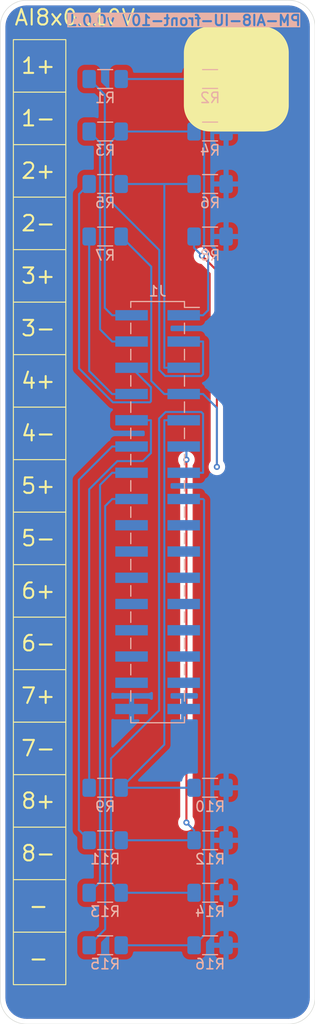
<source format=kicad_pcb>
(kicad_pcb (version 20240108) (generator "pcbnew") (generator_version "8.0")
  (layers (0 "F.Cu" signal) (31 "B.Cu" signal) (34 "B.Paste" user) (35 "F.Paste" user) (36 "B.SilkS" user "B.Silkscreen") (37 "F.SilkS" user "F.Silkscreen") (38 "B.Mask" user) (39 "F.Mask" user) (44 "Edge.Cuts" user))
  (net 0 "")
  (net 5 "/IN3")
  (net 16 "/OUT4")
  (net 17 "/OUT6")
  (net 18 "GND")
  (net 19 "/OUT1")
  (net 20 "/OUT7")
  (net 21 "/OUT8")
  (net 22 "/IN6")
  (net 23 "/IN8")
  (net 24 "/OUT5")
  (net 25 "/OUT3")
  (net 26 "/IN7")
  (net 27 "/IN1")
  (net 28 "/IN2")
  (net 29 "/OUT2")
  (net 30 "/IN5")
  (net 31 "/IN4")
  (footprint "Resistor_SMD:R_1206_3216Metric_Pad1.30x1.75mm_HandSolder" (layer "B.Cu") (at 71.12 132.08)
    (property "Reference" "R12" (at 0 1.82 0) (layer "B.SilkS") (effects (justify mirror)))
    (property "Value" "10k")
    (fp_line (start 0.727064 -0.91) (end -0.727064 -0.91) (stroke (width 0.12)) (layer "B.SilkS"))
    (fp_line (start 0.727064 0.91) (end -0.727064 0.91) (stroke (width 0.12)) (layer "B.SilkS"))
    (pad "1" smd roundrect (at -1.55 0) (size 1.3 1.75) (layers "B.Cu" "B.Paste" "B.Mask") (roundrect_rratio 0.192308) (net 17 "/OUT6"))
    (pad "2" smd roundrect (at 1.55 0) (size 1.3 1.75) (layers "B.Cu" "B.Paste" "B.Mask") (roundrect_rratio 0.192308) (net 18 "GND"))
  )
  (footprint "Resistor_SMD:R_1206_3216Metric_Pad1.30x1.75mm_HandSolder" (layer "B.Cu") (at 71.12 137.16)
    (property "Reference" "R14" (at 0 1.82 0) (layer "B.SilkS") (effects (justify mirror)))
    (property "Value" "10k")
    (fp_line (start 0.727064 -0.91) (end -0.727064 -0.91) (stroke (width 0.12)) (layer "B.SilkS"))
    (fp_line (start 0.727064 0.91) (end -0.727064 0.91) (stroke (width 0.12)) (layer "B.SilkS"))
    (pad "1" smd roundrect (at -1.55 0) (size 1.3 1.75) (layers "B.Cu" "B.Paste" "B.Mask") (roundrect_rratio 0.192308) (net 20 "/OUT7"))
    (pad "2" smd roundrect (at 1.55 0) (size 1.3 1.75) (layers "B.Cu" "B.Paste" "B.Mask") (roundrect_rratio 0.192308) (net 18 "GND"))
  )
  (footprint "Resistor_SMD:R_1206_3216Metric_Pad1.30x1.75mm_HandSolder" (layer "B.Cu") (at 71.12 68.58)
    (property "Reference" "R6" (at 0 1.82 0) (layer "B.SilkS") (effects (justify mirror)))
    (property "Value" "10k")
    (fp_line (start 0.727064 -0.91) (end -0.727064 -0.91) (stroke (width 0.12)) (layer "B.SilkS"))
    (fp_line (start 0.727064 0.91) (end -0.727064 0.91) (stroke (width 0.12)) (layer "B.SilkS"))
    (pad "1" smd roundrect (at -1.55 0) (size 1.3 1.75) (layers "B.Cu" "B.Paste" "B.Mask") (roundrect_rratio 0.192308) (net 25 "/OUT3"))
    (pad "2" smd roundrect (at 1.55 0) (size 1.3 1.75) (layers "B.Cu" "B.Paste" "B.Mask") (roundrect_rratio 0.192308) (net 18 "GND"))
  )
  (footprint "Resistor_SMD:R_1206_3216Metric_Pad1.30x1.75mm_HandSolder" (layer "B.Cu") (at 60.96 63.5)
    (property "Reference" "R3" (at 0 1.82 0) (layer "B.SilkS") (effects (justify mirror)))
    (property "Value" "10k")
    (fp_line (start 0.727064 -0.91) (end -0.727064 -0.91) (stroke (width 0.12)) (layer "B.SilkS"))
    (fp_line (start 0.727064 0.91) (end -0.727064 0.91) (stroke (width 0.12)) (layer "B.SilkS"))
    (pad "1" smd roundrect (at -1.55 0) (size 1.3 1.75) (layers "B.Cu" "B.Paste" "B.Mask") (roundrect_rratio 0.192308) (net 28 "/IN2"))
    (pad "2" smd roundrect (at 1.55 0) (size 1.3 1.75) (layers "B.Cu" "B.Paste" "B.Mask") (roundrect_rratio 0.192308) (net 29 "/OUT2"))
  )
  (footprint "Resistor_SMD:R_1206_3216Metric_Pad1.30x1.75mm_HandSolder" (layer "B.Cu") (at 60.96 132.08)
    (property "Reference" "R11" (at 0 1.82 0) (layer "B.SilkS") (effects (justify mirror)))
    (property "Value" "10k")
    (fp_line (start 0.727064 -0.91) (end -0.727064 -0.91) (stroke (width 0.12)) (layer "B.SilkS"))
    (fp_line (start 0.727064 0.91) (end -0.727064 0.91) (stroke (width 0.12)) (layer "B.SilkS"))
    (pad "1" smd roundrect (at -1.55 0) (size 1.3 1.75) (layers "B.Cu" "B.Paste" "B.Mask") (roundrect_rratio 0.192308) (net 22 "/IN6"))
    (pad "2" smd roundrect (at 1.55 0) (size 1.3 1.75) (layers "B.Cu" "B.Paste" "B.Mask") (roundrect_rratio 0.192308) (net 17 "/OUT6"))
  )
  (footprint "Resistor_SMD:R_1206_3216Metric_Pad1.30x1.75mm_HandSolder" (layer "B.Cu") (at 71.12 58.42)
    (property "Reference" "R2" (at 0 1.82 0) (layer "B.SilkS") (effects (justify mirror)))
    (property "Value" "10k")
    (fp_line (start 0.727064 -0.91) (end -0.727064 -0.91) (stroke (width 0.12)) (layer "B.SilkS"))
    (fp_line (start 0.727064 0.91) (end -0.727064 0.91) (stroke (width 0.12)) (layer "B.SilkS"))
    (pad "1" smd roundrect (at -1.55 0) (size 1.3 1.75) (layers "B.Cu" "B.Paste" "B.Mask") (roundrect_rratio 0.192308) (net 19 "/OUT1"))
    (pad "2" smd roundrect (at 1.55 0) (size 1.3 1.75) (layers "B.Cu" "B.Paste" "B.Mask") (roundrect_rratio 0.192308) (net 18 "GND"))
  )
  (footprint "Resistor_SMD:R_1206_3216Metric_Pad1.30x1.75mm_HandSolder" (layer "B.Cu") (at 60.96 73.66)
    (property "Reference" "R7" (at 0 1.82 0) (layer "B.SilkS") (effects (justify mirror)))
    (property "Value" "10k")
    (fp_line (start 0.727064 -0.91) (end -0.727064 -0.91) (stroke (width 0.12)) (layer "B.SilkS"))
    (fp_line (start 0.727064 0.91) (end -0.727064 0.91) (stroke (width 0.12)) (layer "B.SilkS"))
    (pad "1" smd roundrect (at -1.55 0) (size 1.3 1.75) (layers "B.Cu" "B.Paste" "B.Mask") (roundrect_rratio 0.192308) (net 31 "/IN4"))
    (pad "2" smd roundrect (at 1.55 0) (size 1.3 1.75) (layers "B.Cu" "B.Paste" "B.Mask") (roundrect_rratio 0.192308) (net 16 "/OUT4"))
  )
  (footprint "Resistor_SMD:R_1206_3216Metric_Pad1.30x1.75mm_HandSolder" (layer "B.Cu") (at 71.12 63.5)
    (property "Reference" "R4" (at 0 1.82 0) (layer "B.SilkS") (effects (justify mirror)))
    (property "Value" "10k")
    (fp_line (start 0.727064 -0.91) (end -0.727064 -0.91) (stroke (width 0.12)) (layer "B.SilkS"))
    (fp_line (start 0.727064 0.91) (end -0.727064 0.91) (stroke (width 0.12)) (layer "B.SilkS"))
    (pad "1" smd roundrect (at -1.55 0) (size 1.3 1.75) (layers "B.Cu" "B.Paste" "B.Mask") (roundrect_rratio 0.192308) (net 29 "/OUT2"))
    (pad "2" smd roundrect (at 1.55 0) (size 1.3 1.75) (layers "B.Cu" "B.Paste" "B.Mask") (roundrect_rratio 0.192308) (net 18 "GND"))
  )
  (footprint "Resistor_SMD:R_1206_3216Metric_Pad1.30x1.75mm_HandSolder" (layer "B.Cu") (at 60.96 137.16)
    (property "Reference" "R13" (at 0 1.82 0) (layer "B.SilkS") (effects (justify mirror)))
    (property "Value" "10k")
    (fp_line (start 0.727064 -0.91) (end -0.727064 -0.91) (stroke (width 0.12)) (layer "B.SilkS"))
    (fp_line (start 0.727064 0.91) (end -0.727064 0.91) (stroke (width 0.12)) (layer "B.SilkS"))
    (pad "1" smd roundrect (at -1.55 0) (size 1.3 1.75) (layers "B.Cu" "B.Paste" "B.Mask") (roundrect_rratio 0.192308) (net 26 "/IN7"))
    (pad "2" smd roundrect (at 1.55 0) (size 1.3 1.75) (layers "B.Cu" "B.Paste" "B.Mask") (roundrect_rratio 0.192308) (net 20 "/OUT7"))
  )
  (footprint "Resistor_SMD:R_1206_3216Metric_Pad1.30x1.75mm_HandSolder" (layer "B.Cu") (at 60.96 58.42)
    (property "Reference" "R1" (at 0 1.82 0) (layer "B.SilkS") (effects (justify mirror)))
    (property "Value" "10k")
    (fp_line (start 0.727064 -0.91) (end -0.727064 -0.91) (stroke (width 0.12)) (layer "B.SilkS"))
    (fp_line (start 0.727064 0.91) (end -0.727064 0.91) (stroke (width 0.12)) (layer "B.SilkS"))
    (pad "1" smd roundrect (at -1.55 0) (size 1.3 1.75) (layers "B.Cu" "B.Paste" "B.Mask") (roundrect_rratio 0.192308) (net 27 "/IN1"))
    (pad "2" smd roundrect (at 1.55 0) (size 1.3 1.75) (layers "B.Cu" "B.Paste" "B.Mask") (roundrect_rratio 0.192308) (net 19 "/OUT1"))
  )
  (footprint "Connector_PinHeader_2.54mm:PinHeader_2x16_P2.54mm_Vertical_SMD" (layer "B.Cu") (at 66.04 100.33 180)
    (property "Reference" "J1" (at 0 21.38 0) (layer "B.SilkS") (effects (justify mirror)))
    (property "Value" "PinHeader P2.54 02x16 SMD Straight")
    (fp_line (start 2.6 20.38) (end -2.6 20.38) (stroke (width 0.12)) (layer "B.SilkS"))
    (fp_line (start 2.6 19.81) (end 2.6 20.38) (stroke (width 0.12)) (layer "B.SilkS"))
    (fp_line (start 2.6 17.27) (end 2.6 18.29) (stroke (width 0.12)) (layer "B.SilkS"))
    (fp_line (start 2.6 14.73) (end 2.6 15.75) (stroke (width 0.12)) (layer "B.SilkS"))
    (fp_line (start 2.6 12.19) (end 2.6 13.21) (stroke (width 0.12)) (layer "B.SilkS"))
    (fp_line (start 2.6 9.65) (end 2.6 10.67) (stroke (width 0.12)) (layer "B.SilkS"))
    (fp_line (start 2.6 7.11) (end 2.6 8.13) (stroke (width 0.12)) (layer "B.SilkS"))
    (fp_line (start 2.6 4.57) (end 2.6 5.59) (stroke (width 0.12)) (layer "B.SilkS"))
    (fp_line (start 2.6 2.03) (end 2.6 3.05) (stroke (width 0.12)) (layer "B.SilkS"))
    (fp_line (start 2.6 -0.51) (end 2.6 0.51) (stroke (width 0.12)) (layer "B.SilkS"))
    (fp_line (start 2.6 -3.05) (end 2.6 -2.03) (stroke (width 0.12)) (layer "B.SilkS"))
    (fp_line (start 2.6 -5.59) (end 2.6 -4.57) (stroke (width 0.12)) (layer "B.SilkS"))
    (fp_line (start 2.6 -8.13) (end 2.6 -7.11) (stroke (width 0.12)) (layer "B.SilkS"))
    (fp_line (start 2.6 -10.67) (end 2.6 -9.65) (stroke (width 0.12)) (layer "B.SilkS"))
    (fp_line (start 2.6 -13.21) (end 2.6 -12.19) (stroke (width 0.12)) (layer "B.SilkS"))
    (fp_line (start 2.6 -15.75) (end 2.6 -14.73) (stroke (width 0.12)) (layer "B.SilkS"))
    (fp_line (start 2.6 -18.29) (end 2.6 -17.27) (stroke (width 0.12)) (layer "B.SilkS"))
    (fp_line (start 2.6 -20.38) (end 2.6 -19.81) (stroke (width 0.12)) (layer "B.SilkS"))
    (fp_line (start 2.6 -20.38) (end -2.6 -20.38) (stroke (width 0.12)) (layer "B.SilkS"))
    (fp_line (start -2.6 19.81) (end -2.6 20.38) (stroke (width 0.12)) (layer "B.SilkS"))
    (fp_line (start -2.6 19.81) (end -4.04 19.81) (stroke (width 0.12)) (layer "B.SilkS"))
    (fp_line (start -2.6 17.27) (end -2.6 18.29) (stroke (width 0.12)) (layer "B.SilkS"))
    (fp_line (start -2.6 14.73) (end -2.6 15.75) (stroke (width 0.12)) (layer "B.SilkS"))
    (fp_line (start -2.6 12.19) (end -2.6 13.21) (stroke (width 0.12)) (layer "B.SilkS"))
    (fp_line (start -2.6 9.65) (end -2.6 10.67) (stroke (width 0.12)) (layer "B.SilkS"))
    (fp_line (start -2.6 7.11) (end -2.6 8.13) (stroke (width 0.12)) (layer "B.SilkS"))
    (fp_line (start -2.6 4.57) (end -2.6 5.59) (stroke (width 0.12)) (layer "B.SilkS"))
    (fp_line (start -2.6 2.03) (end -2.6 3.05) (stroke (width 0.12)) (layer "B.SilkS"))
    (fp_line (start -2.6 -0.51) (end -2.6 0.51) (stroke (width 0.12)) (layer "B.SilkS"))
    (fp_line (start -2.6 -3.05) (end -2.6 -2.03) (stroke (width 0.12)) (layer "B.SilkS"))
    (fp_line (start -2.6 -5.59) (end -2.6 -4.57) (stroke (width 0.12)) (layer "B.SilkS"))
    (fp_line (start -2.6 -8.13) (end -2.6 -7.11) (stroke (width 0.12)) (layer "B.SilkS"))
    (fp_line (start -2.6 -10.67) (end -2.6 -9.65) (stroke (width 0.12)) (layer "B.SilkS"))
    (fp_line (start -2.6 -13.21) (end -2.6 -12.19) (stroke (width 0.12)) (layer "B.SilkS"))
    (fp_line (start -2.6 -15.75) (end -2.6 -14.73) (stroke (width 0.12)) (layer "B.SilkS"))
    (fp_line (start -2.6 -18.29) (end -2.6 -17.27) (stroke (width 0.12)) (layer "B.SilkS"))
    (fp_line (start -2.6 -20.38) (end -2.6 -19.81) (stroke (width 0.12)) (layer "B.SilkS"))
    (pad "1" smd rect (at -2.525 19.05 180) (size 3.15 1) (layers "B.Cu" "B.Paste" "B.Mask") (net 19 "/OUT1"))
    (pad "2" smd rect (at 2.525 19.05 180) (size 3.15 1) (layers "B.Cu" "B.Paste" "B.Mask") (net 27 "/IN1"))
    (pad "3" smd rect (at -2.525 16.51 180) (size 3.15 1) (layers "B.Cu" "B.Paste" "B.Mask") (net 29 "/OUT2"))
    (pad "4" smd rect (at 2.525 16.51 180) (size 3.15 1) (layers "B.Cu" "B.Paste" "B.Mask") (net 28 "/IN2"))
    (pad "5" smd rect (at -2.525 13.97 180) (size 3.15 1) (layers "B.Cu" "B.Paste" "B.Mask") (net 25 "/OUT3"))
    (pad "6" smd rect (at 2.525 13.97 180) (size 3.15 1) (layers "B.Cu" "B.Paste" "B.Mask") (net 5 "/IN3"))
    (pad "7" smd rect (at -2.525 11.43 180) (size 3.15 1) (layers "B.Cu" "B.Paste" "B.Mask") (net 16 "/OUT4"))
    (pad "8" smd rect (at 2.525 11.43 180) (size 3.15 1) (layers "B.Cu" "B.Paste" "B.Mask") (net 31 "/IN4"))
    (pad "9" smd rect (at -2.525 8.89 180) (size 3.15 1) (layers "B.Cu" "B.Paste" "B.Mask") (net 24 "/OUT5"))
    (pad "10" smd rect (at 2.525 8.89 180) (size 3.15 1) (layers "B.Cu" "B.Paste" "B.Mask") (net 30 "/IN5"))
    (pad "11" smd rect (at -2.525 6.35 180) (size 3.15 1) (layers "B.Cu" "B.Paste" "B.Mask") (net 17 "/OUT6"))
    (pad "12" smd rect (at 2.525 6.35 180) (size 3.15 1) (layers "B.Cu" "B.Paste" "B.Mask") (net 22 "/IN6"))
    (pad "13" smd rect (at -2.525 3.81 180) (size 3.15 1) (layers "B.Cu" "B.Paste" "B.Mask") (net 20 "/OUT7"))
    (pad "14" smd rect (at 2.525 3.81 180) (size 3.15 1) (layers "B.Cu" "B.Paste" "B.Mask") (net 26 "/IN7"))
    (pad "15" smd rect (at -2.525 1.27 180) (size 3.15 1) (layers "B.Cu" "B.Paste" "B.Mask") (net 21 "/OUT8"))
    (pad "16" smd rect (at 2.525 1.27 180) (size 3.15 1) (layers "B.Cu" "B.Paste" "B.Mask") (net 23 "/IN8"))
    (pad "17" smd rect (at -2.525 -1.27 180) (size 3.15 1) (layers "B.Cu" "B.Paste" "B.Mask"))
    (pad "18" smd rect (at 2.525 -1.27 180) (size 3.15 1) (layers "B.Cu" "B.Paste" "B.Mask"))
    (pad "19" smd rect (at -2.525 -3.81 180) (size 3.15 1) (layers "B.Cu" "B.Paste" "B.Mask"))
    (pad "20" smd rect (at 2.525 -3.81 180) (size 3.15 1) (layers "B.Cu" "B.Paste" "B.Mask"))
    (pad "21" smd rect (at -2.525 -6.35 180) (size 3.15 1) (layers "B.Cu" "B.Paste" "B.Mask"))
    (pad "22" smd rect (at 2.525 -6.35 180) (size 3.15 1) (layers "B.Cu" "B.Paste" "B.Mask"))
    (pad "23" smd rect (at -2.525 -8.89 180) (size 3.15 1) (layers "B.Cu" "B.Paste" "B.Mask"))
    (pad "24" smd rect (at 2.525 -8.89 180) (size 3.15 1) (layers "B.Cu" "B.Paste" "B.Mask"))
    (pad "25" smd rect (at -2.525 -11.43 180) (size 3.15 1) (layers "B.Cu" "B.Paste" "B.Mask"))
    (pad "26" smd rect (at 2.525 -11.43 180) (size 3.15 1) (layers "B.Cu" "B.Paste" "B.Mask"))
    (pad "27" smd rect (at -2.525 -13.97 180) (size 3.15 1) (layers "B.Cu" "B.Paste" "B.Mask"))
    (pad "28" smd rect (at 2.525 -13.97 180) (size 3.15 1) (layers "B.Cu" "B.Paste" "B.Mask"))
    (pad "29" smd rect (at -2.525 -16.51 180) (size 3.15 1) (layers "B.Cu" "B.Paste" "B.Mask"))
    (pad "30" smd rect (at 2.525 -16.51 180) (size 3.15 1) (layers "B.Cu" "B.Paste" "B.Mask"))
    (pad "31" smd rect (at -2.525 -19.05 180) (size 3.15 1) (layers "B.Cu" "B.Paste" "B.Mask") (net 18 "GND"))
    (pad "32" smd rect (at 2.525 -19.05 180) (size 3.15 1) (layers "B.Cu" "B.Paste" "B.Mask") (net 18 "GND"))
  )
  (footprint "Resistor_SMD:R_1206_3216Metric_Pad1.30x1.75mm_HandSolder" (layer "B.Cu") (at 60.96 68.58)
    (property "Reference" "R5" (at 0 1.82 0) (layer "B.SilkS") (effects (justify mirror)))
    (property "Value" "10k")
    (fp_line (start 0.727064 -0.91) (end -0.727064 -0.91) (stroke (width 0.12)) (layer "B.SilkS"))
    (fp_line (start 0.727064 0.91) (end -0.727064 0.91) (stroke (width 0.12)) (layer "B.SilkS"))
    (pad "1" smd roundrect (at -1.55 0) (size 1.3 1.75) (layers "B.Cu" "B.Paste" "B.Mask") (roundrect_rratio 0.192308) (net 5 "/IN3"))
    (pad "2" smd roundrect (at 1.55 0) (size 1.3 1.75) (layers "B.Cu" "B.Paste" "B.Mask") (roundrect_rratio 0.192308) (net 25 "/OUT3"))
  )
  (footprint "Resistor_SMD:R_1206_3216Metric_Pad1.30x1.75mm_HandSolder" (layer "B.Cu") (at 71.12 127)
    (property "Reference" "R10" (at 0 1.82 0) (layer "B.SilkS") (effects (justify mirror)))
    (property "Value" "10k")
    (fp_line (start 0.727064 -0.91) (end -0.727064 -0.91) (stroke (width 0.12)) (layer "B.SilkS"))
    (fp_line (start 0.727064 0.91) (end -0.727064 0.91) (stroke (width 0.12)) (layer "B.SilkS"))
    (pad "1" smd roundrect (at -1.55 0) (size 1.3 1.75) (layers "B.Cu" "B.Paste" "B.Mask") (roundrect_rratio 0.192308) (net 24 "/OUT5"))
    (pad "2" smd roundrect (at 1.55 0) (size 1.3 1.75) (layers "B.Cu" "B.Paste" "B.Mask") (roundrect_rratio 0.192308) (net 18 "GND"))
  )
  (footprint "Resistor_SMD:R_1206_3216Metric_Pad1.30x1.75mm_HandSolder" (layer "B.Cu") (at 60.96 142.24)
    (property "Reference" "R15" (at 0 1.82 0) (layer "B.SilkS") (effects (justify mirror)))
    (property "Value" "10k")
    (fp_line (start 0.727064 -0.91) (end -0.727064 -0.91) (stroke (width 0.12)) (layer "B.SilkS"))
    (fp_line (start 0.727064 0.91) (end -0.727064 0.91) (stroke (width 0.12)) (layer "B.SilkS"))
    (pad "1" smd roundrect (at -1.55 0) (size 1.3 1.75) (layers "B.Cu" "B.Paste" "B.Mask") (roundrect_rratio 0.192308) (net 23 "/IN8"))
    (pad "2" smd roundrect (at 1.55 0) (size 1.3 1.75) (layers "B.Cu" "B.Paste" "B.Mask") (roundrect_rratio 0.192308) (net 21 "/OUT8"))
  )
  (footprint "Resistor_SMD:R_1206_3216Metric_Pad1.30x1.75mm_HandSolder" (layer "B.Cu") (at 71.12 142.24)
    (property "Reference" "R16" (at 0 1.82 0) (layer "B.SilkS") (effects (justify mirror)))
    (property "Value" "10k")
    (fp_line (start 0.727064 -0.91) (end -0.727064 -0.91) (stroke (width 0.12)) (layer "B.SilkS"))
    (fp_line (start 0.727064 0.91) (end -0.727064 0.91) (stroke (width 0.12)) (layer "B.SilkS"))
    (pad "1" smd roundrect (at -1.55 0) (size 1.3 1.75) (layers "B.Cu" "B.Paste" "B.Mask") (roundrect_rratio 0.192308) (net 21 "/OUT8"))
    (pad "2" smd roundrect (at 1.55 0) (size 1.3 1.75) (layers "B.Cu" "B.Paste" "B.Mask") (roundrect_rratio 0.192308) (net 18 "GND"))
  )
  (footprint "Resistor_SMD:R_1206_3216Metric_Pad1.30x1.75mm_HandSolder" (layer "B.Cu") (at 71.12 73.66)
    (property "Reference" "R8" (at 0 1.82 0) (layer "B.SilkS") (effects (justify mirror)))
    (property "Value" "10k")
    (fp_line (start 0.727064 -0.91) (end -0.727064 -0.91) (stroke (width 0.12)) (layer "B.SilkS"))
    (fp_line (start 0.727064 0.91) (end -0.727064 0.91) (stroke (width 0.12)) (layer "B.SilkS"))
    (pad "1" smd roundrect (at -1.55 0) (size 1.3 1.75) (layers "B.Cu" "B.Paste" "B.Mask") (roundrect_rratio 0.192308) (net 16 "/OUT4"))
    (pad "2" smd roundrect (at 1.55 0) (size 1.3 1.75) (layers "B.Cu" "B.Paste" "B.Mask") (roundrect_rratio 0.192308) (net 18 "GND"))
  )
  (footprint "Resistor_SMD:R_1206_3216Metric_Pad1.30x1.75mm_HandSolder" (layer "B.Cu") (at 60.96 127)
    (property "Reference" "R9" (at 0 1.82 0) (layer "B.SilkS") (effects (justify mirror)))
    (property "Value" "10k")
    (fp_line (start 0.727064 -0.91) (end -0.727064 -0.91) (stroke (width 0.12)) (layer "B.SilkS"))
    (fp_line (start 0.727064 0.91) (end -0.727064 0.91) (stroke (width 0.12)) (layer "B.SilkS"))
    (pad "1" smd roundrect (at -1.55 0) (size 1.3 1.75) (layers "B.Cu" "B.Paste" "B.Mask") (roundrect_rratio 0.192308) (net 30 "/IN5"))
    (pad "2" smd roundrect (at 1.55 0) (size 1.3 1.75) (layers "B.Cu" "B.Paste" "B.Mask") (roundrect_rratio 0.192308) (net 24 "/OUT5"))
  )
  (gr_rect (start 52.07 140.97) (end 57.15 146.05) (stroke (width 0.1)) (fill none) (layer "F.SilkS"))
  (gr_rect (start 52.07 130.81) (end 57.15 135.89) (stroke (width 0.1)) (fill none) (layer "F.SilkS"))
  (gr_rect (start 52.07 90.17) (end 57.15 95.25) (stroke (width 0.1)) (fill none) (layer "F.SilkS"))
  (gr_rect (start 52.07 74.93) (end 57.15 80.01) (stroke (width 0.1)) (fill none) (layer "F.SilkS"))
  (gr_rect (start 52.07 110.49) (end 57.15 115.57) (stroke (width 0.1)) (fill none) (layer "F.SilkS"))
  (gr_rect (start 52.07 125.73) (end 57.15 130.81) (stroke (width 0.1)) (fill none) (layer "F.SilkS"))
  (gr_rect (start 52.07 54.61) (end 57.15 59.69) (stroke (width 0.1)) (fill none) (layer "F.SilkS"))
  (gr_rect (start 52.07 95.25) (end 57.15 100.33) (stroke (width 0.1)) (fill none) (layer "F.SilkS"))
  (gr_rect (start 52.07 80.01) (end 57.15 85.09) (stroke (width 0.1)) (fill none) (layer "F.SilkS"))
  (gr_rect (start 52.07 115.57) (end 57.15 120.65) (stroke (width 0.1)) (fill none) (layer "F.SilkS"))
  (gr_rect (start 52.07 105.41) (end 57.15 110.49) (stroke (width 0.1)) (fill none) (layer "F.SilkS"))
  (gr_rect (start 52.07 85.09) (end 57.15 90.17) (stroke (width 0.1)) (fill none) (layer "F.SilkS"))
  (gr_poly (pts (arc (start 68.58 60.96) (mid 69.323949 62.756051) (end 71.12 63.5)) (arc (start 76.2 63.5) (mid 77.996051 62.756051) (end 78.74 60.96)) (arc (start 78.74 55.88) (mid 77.996051 54.083949) (end 76.2 53.34)) (arc (start 71.12 53.34) (mid 69.323949 54.083949) (end 68.58 55.88))) (fill solid) (layer "F.SilkS"))
  (gr_rect (start 52.07 64.77) (end 57.15 69.85) (stroke (width 0.1)) (fill none) (layer "F.SilkS"))
  (gr_rect (start 52.07 135.89) (end 57.15 140.97) (stroke (width 0.1)) (fill none) (layer "F.SilkS"))
  (gr_rect (start 52.07 59.69) (end 57.15 64.77) (stroke (width 0.1)) (fill none) (layer "F.SilkS"))
  (gr_rect (start 52.07 120.65) (end 57.15 125.73) (stroke (width 0.1)) (fill none) (layer "F.SilkS"))
  (gr_rect (start 52.07 69.85) (end 57.15 74.93) (stroke (width 0.1)) (fill none) (layer "F.SilkS"))
  (gr_rect (start 52.07 100.33) (end 57.15 105.41) (stroke (width 0.1)) (fill none) (layer "F.SilkS"))
  (gr_line (start 81.28 53.34) (end 81.28 147.32) (stroke (width 0.05)) (layer "Edge.Cuts"))
  (gr_arc (start 78.74 50.8) (mid 80.536051 51.543949) (end 81.28 53.34) (stroke (width 0.05)) (layer "Edge.Cuts"))
  (gr_arc (start 81.28 147.32) (mid 80.536051 149.116051) (end 78.74 149.86) (stroke (width 0.05)) (layer "Edge.Cuts"))
  (gr_line (start 78.74 149.86) (end 53.34 149.86) (stroke (width 0.05)) (layer "Edge.Cuts"))
  (gr_arc (start 53.34 149.86) (mid 51.543949 149.116051) (end 50.8 147.32) (stroke (width 0.05)) (layer "Edge.Cuts"))
  (gr_line (start 53.34 50.8) (end 78.74 50.8) (stroke (width 0.05)) (layer "Edge.Cuts"))
  (gr_arc (start 50.8 53.34) (mid 51.543949 51.543949) (end 53.34 50.8) (stroke (width 0.05)) (layer "Edge.Cuts"))
  (gr_line (start 50.8 147.32) (end 50.8 53.34) (stroke (width 0.05)) (layer "Edge.Cuts"))
  (gr_text "PM-AI8-IU-front-10V v0.0.1" (at 80.01 53.34 0) (layer "B.SilkS" knockout) (effects (font (size 1 1) (thickness 0.2) (bold yes)) (justify left bottom mirror)))
  (gr_text "5-" (at 52.71 103.7415 0) (layer "F.SilkS") (effects (font (size 1.5 1.5) (thickness 0.2)) (justify left bottom)))
  (gr_text "8+" (at 52.71 129.1415 0) (layer "F.SilkS") (effects (font (size 1.5 1.5) (thickness 0.2)) (justify left bottom)))
  (gr_text "3+" (at 52.71 78.3415 0) (layer "F.SilkS") (effects (font (size 1.5 1.5) (thickness 0.2)) (justify left bottom)))
  (gr_text "-" (at 54.502857 144.3815 0) (layer "F.SilkS") (effects (font (size 1.5 1.5) (thickness 0.2)) (justify bottom)))
  (gr_text "2-" (at 52.71 73.2615 0) (layer "F.SilkS") (effects (font (size 1.5 1.5) (thickness 0.2)) (justify left bottom)))
  (gr_text "4-" (at 52.71 93.5815 0) (layer "F.SilkS") (effects (font (size 1.5 1.5) (thickness 0.2)) (justify left bottom)))
  (gr_text "7+" (at 52.71 118.9815 0) (layer "F.SilkS") (effects (font (size 1.5 1.5) (thickness 0.2)) (justify left bottom)))
  (gr_text "AI8x0..10V" (at 52.07 53.34 0) (layer "F.SilkS") (effects (font (size 1.5 1.5) (thickness 0.2)) (justify left bottom)))
  (gr_text "4+" (at 52.71 88.5015 0) (layer "F.SilkS") (effects (font (size 1.5 1.5) (thickness 0.2)) (justify left bottom)))
  (gr_text "8-" (at 52.71 134.2215 0) (layer "F.SilkS") (effects (font (size 1.5 1.5) (thickness 0.2)) (justify left bottom)))
  (gr_text "6-" (at 52.71 113.9015 0) (layer "F.SilkS") (effects (font (size 1.5 1.5) (thickness 0.2)) (justify left bottom)))
  (gr_text "-" (at 54.502857 139.3015 0) (layer "F.SilkS") (effects (font (size 1.5 1.5) (thickness 0.2)) (justify bottom)))
  (gr_text "7-" (at 52.71 124.0615 0) (layer "F.SilkS") (effects (font (size 1.5 1.5) (thickness 0.2)) (justify left bottom)))
  (gr_text "2+" (at 52.71 68.1815 0) (layer "F.SilkS") (effects (font (size 1.5 1.5) (thickness 0.2)) (justify left bottom)))
  (gr_text "1+" (at 52.71 58.0215 0) (layer "F.SilkS") (effects (font (size 1.5 1.5) (thickness 0.2)) (justify left bottom)))
  (gr_text "1-" (at 52.71 63.1015 0) (layer "F.SilkS") (effects (font (size 1.5 1.5) (thickness 0.2)) (justify left bottom)))
  (gr_text "6+" (at 52.71 108.8215 0) (layer "F.SilkS") (effects (font (size 1.5 1.5) (thickness 0.2)) (justify left bottom)))
  (gr_text "3-" (at 52.71 83.4215 0) (layer "F.SilkS") (effects (font (size 1.5 1.5) (thickness 0.2)) (justify left bottom)))
  (gr_text "5+" (at 52.71 98.6615 0) (layer "F.SilkS") (effects (font (size 1.5 1.5) (thickness 0.2)) (justify left bottom)))
  (segment (start 65.3917 89.6047) (end 65.3917 88.2367) (width 0.2) (layer "B.Cu") (net 5))
  (segment (start 61.7097 89.7017) (end 65.2947 89.7017) (width 0.2) (layer "B.Cu") (net 5))
  (segment (start 65.2947 89.7017) (end 65.3917 89.6047) (width 0.2) (layer "B.Cu") (net 5))
  (segment (start 59.41 68.58) (end 58.4306 69.5594) (width 0.2) (layer "B.Cu") (net 5))
  (segment (start 58.4306 86.4226) (end 61.7097 89.7017) (width 0.2) (layer "B.Cu") (net 5))
  (segment (start 58.4306 69.5594) (end 58.4306 86.4226) (width 0.2) (layer "B.Cu") (net 5))
  (segment (start 65.3917 88.2367) (end 63.515 86.36) (width 0.2) (layer "B.Cu") (net 5))
  (segment (start 71.7773 76.9588) (end 70.3312 75.5127) (width 0.2) (layer "F.Cu") (net 16))
  (segment (start 71.7773 95.9492) (end 71.7773 76.9588) (width 0.2) (layer "F.Cu") (net 16))
  (via (at 71.7773 95.9492) (size 0.6) (drill 0.3) (layers "F.Cu" "B.Cu") (net 16))
  (via (at 70.3312 75.5127) (size 0.6) (drill 0.3) (layers "F.Cu" "B.Cu") (net 16))
  (segment (start 68.565 88.9) (end 70.4417 88.9) (width 0.2) (layer "B.Cu") (net 16))
  (segment (start 62.51 73.66) (end 65.4207 76.5707) (width 0.2) (layer "B.Cu") (net 16))
  (segment (start 70.4417 88.9) (end 71.7773 90.2356) (width 0.2) (layer "B.Cu") (net 16))
  (segment (start 70.3312 75.5127) (end 69.57 74.7515) (width 0.2) (layer "B.Cu") (net 16))
  (segment (start 69.57 74.7515) (end 69.57 73.66) (width 0.2) (layer "B.Cu") (net 16))
  (segment (start 65.4207 87.6324) (end 66.6883 88.9) (width 0.2) (layer "B.Cu") (net 16))
  (segment (start 71.7773 90.2356) (end 71.7773 95.9492) (width 0.2) (layer "B.Cu") (net 16))
  (segment (start 65.4207 76.5707) (end 65.4207 87.6324) (width 0.2) (layer "B.Cu") (net 16))
  (segment (start 67.6267 88.9) (end 66.6883 88.9) (width 0.2) (layer "B.Cu") (net 16))
  (segment (start 67.6267 88.9) (end 68.565 88.9) (width 0.2) (layer "B.Cu") (net 16))
  (segment (start 68.8292 95.2547) (end 68.8292 130.3637) (width 0.2) (layer "F.Cu") (net 17))
  (via (at 68.8292 130.3637) (size 0.6) (drill 0.3) (layers "F.Cu" "B.Cu") (net 17))
  (via (at 68.8292 95.2547) (size 0.6) (drill 0.3) (layers "F.Cu" "B.Cu") (net 17))
  (segment (start 62.51 132.08) (end 69.57 132.08) (width 0.2) (layer "B.Cu") (net 17))
  (segment (start 68.8292 130.3637) (end 69.57 131.1045) (width 0.2) (layer "B.Cu") (net 17))
  (segment (start 68.565 93.98) (end 68.8292 94.2442) (width 0.2) (layer "B.Cu") (net 17))
  (segment (start 69.57 131.1045) (end 69.57 132.08) (width 0.2) (layer "B.Cu") (net 17))
  (segment (start 68.8292 94.2442) (end 68.8292 95.2547) (width 0.2) (layer "B.Cu") (net 17))
  (segment (start 70.4417 81.28) (end 70.9329 80.7888) (width 0.2) (layer "B.Cu") (net 19))
  (segment (start 70.9329 80.7888) (end 70.9329 75.2635) (width 0.2) (layer "B.Cu") (net 19))
  (segment (start 70.5388 74.8694) (end 70.5387 74.8694) (width 0.2) (layer "B.Cu") (net 19))
  (segment (start 70.5387 74.8694) (end 70.5387 59.3887) (width 0.2) (layer "B.Cu") (net 19))
  (segment (start 70.5387 59.3887) (end 69.57 58.42) (width 0.2) (layer "B.Cu") (net 19))
  (segment (start 62.51 58.42) (end 69.57 58.42) (width 0.2) (layer "B.Cu") (net 19))
  (segment (start 68.565 81.28) (end 70.4417 81.28) (width 0.2) (layer "B.Cu") (net 19))
  (segment (start 70.9329 75.2635) (end 70.5388 74.8694) (width 0.2) (layer "B.Cu") (net 19))
  (segment (start 68.565 96.52) (end 70.4417 96.52) (width 0.2) (layer "B.Cu") (net 20))
  (segment (start 66.1816 119.509) (end 61.5252 124.1654) (width 0.2) (layer "B.Cu") (net 20))
  (segment (start 70.4417 96.52) (end 70.4417 90.815) (width 0.2) (layer "B.Cu") (net 20))
  (segment (start 70.265 90.6383) (end 66.8149 90.6383) (width 0.2) (layer "B.Cu") (net 20))
  (segment (start 66.1816 91.2716) (end 66.1816 119.509) (width 0.2) (layer "B.Cu") (net 20))
  (segment (start 62.51 137.16) (end 69.57 137.16) (width 0.2) (layer "B.Cu") (net 20))
  (segment (start 61.5252 136.1752) (end 62.51 137.16) (width 0.2) (layer "B.Cu") (net 20))
  (segment (start 70.4417 90.815) (end 70.265 90.6383) (width 0.2) (layer "B.Cu") (net 20))
  (segment (start 66.8149 90.6383) (end 66.1816 91.2716) (width 0.2) (layer "B.Cu") (net 20))
  (segment (start 61.5252 124.1654) (end 61.5252 136.1752) (width 0.2) (layer "B.Cu") (net 20))
  (segment (start 68.565 99.06) (end 70.4417 99.06) (width 0.2) (layer "B.Cu") (net 21))
  (segment (start 70.5387 99.157) (end 70.4417 99.06) (width 0.2) (layer "B.Cu") (net 21))
  (segment (start 62.51 142.24) (end 69.57 142.24) (width 0.2) (layer "B.Cu") (net 21))
  (segment (start 70.5387 141.2713) (end 70.5387 99.157) (width 0.2) (layer "B.Cu") (net 21))
  (segment (start 69.57 142.24) (end 70.5387 141.2713) (width 0.2) (layer "B.Cu") (net 21))
  (segment (start 61.6383 93.98) (end 58.4132 97.2051) (width 0.2) (layer "B.Cu") (net 22))
  (segment (start 58.4132 97.2051) (end 58.4132 131.0832) (width 0.2) (layer "B.Cu") (net 22))
  (segment (start 58.4132 131.0832) (end 59.41 132.08) (width 0.2) (layer "B.Cu") (net 22))
  (segment (start 63.515 93.98) (end 61.6383 93.98) (width 0.2) (layer "B.Cu") (net 22))
  (segment (start 60.9586 99.7397) (end 60.9586 140.6914) (width 0.2) (layer "B.Cu") (net 23))
  (segment (start 61.6383 99.06) (end 60.9586 99.7397) (width 0.2) (layer "B.Cu") (net 23))
  (segment (start 63.515 99.06) (end 61.6383 99.06) (width 0.2) (layer "B.Cu") (net 23))
  (segment (start 60.9586 140.6914) (end 59.41 142.24) (width 0.2) (layer "B.Cu") (net 23))
  (segment (start 62.51 127) (end 69.57 127) (width 0.2) (layer "B.Cu") (net 24))
  (segment (start 66.6883 91.44) (end 66.6883 122.8217) (width 0.2) (layer "B.Cu") (net 24))
  (segment (start 66.6883 122.8217) (end 62.51 127) (width 0.2) (layer "B.Cu") (net 24))
  (segment (start 68.565 91.44) (end 66.6883 91.44) (width 0.2) (layer "B.Cu") (net 24))
  (segment (start 62.51 68.58) (end 66.6883 68.58) (width 0.2) (layer "B.Cu") (net 25))
  (segment (start 66.6883 86.36) (end 66.6883 68.58) (width 0.2) (layer "B.Cu") (net 25))
  (segment (start 66.6883 68.58) (end 69.57 68.58) (width 0.2) (layer "B.Cu") (net 25))
  (segment (start 68.565 86.36) (end 66.6883 86.36) (width 0.2) (layer "B.Cu") (net 25))
  (segment (start 63.515 96.52) (end 61.6383 96.52) (width 0.2) (layer "B.Cu") (net 26))
  (segment (start 60.4605 136.1095) (end 59.41 137.16) (width 0.2) (layer "B.Cu") (net 26))
  (segment (start 60.4605 97.6978) (end 60.4605 136.1095) (width 0.2) (layer "B.Cu") (net 26))
  (segment (start 61.6383 96.52) (end 60.4605 97.6978) (width 0.2) (layer "B.Cu") (net 26))
  (segment (start 60.9256 59.9356) (end 60.9256 80.5673) (width 0.2) (layer "B.Cu") (net 27))
  (segment (start 60.9256 80.5673) (end 61.6383 81.28) (width 0.2) (layer "B.Cu") (net 27))
  (segment (start 59.41 58.42) (end 60.9256 59.9356) (width 0.2) (layer "B.Cu") (net 27))
  (segment (start 63.515 81.28) (end 61.6383 81.28) (width 0.2) (layer "B.Cu") (net 27))
  (segment (start 61.6383 83.82) (end 60.4605 82.6422) (width 0.2) (layer "B.Cu") (net 28))
  (segment (start 63.515 83.82) (end 61.6383 83.82) (width 0.2) (layer "B.Cu") (net 28))
  (segment (start 60.4605 82.6422) (end 60.4605 64.5505) (width 0.2) (layer "B.Cu") (net 28))
  (segment (start 60.4605 64.5505) (end 59.41 63.5) (width 0.2) (layer "B.Cu") (net 28))
  (segment (start 70.265 87.1617) (end 66.7865 87.1617) (width 0.2) (layer "B.Cu") (net 29))
  (segment (start 70.4417 86.985) (end 70.265 87.1617) (width 0.2) (layer "B.Cu") (net 29))
  (segment (start 62.51 63.5) (end 69.57 63.5) (width 0.2) (layer "B.Cu") (net 29))
  (segment (start 66.1961 74.9724) (end 61.5009 70.2772) (width 0.2) (layer "B.Cu") (net 29))
  (segment (start 68.565 83.82) (end 70.4417 83.82) (width 0.2) (layer "B.Cu") (net 29))
  (segment (start 66.7865 87.1617) (end 66.1961 86.5713) (width 0.2) (layer "B.Cu") (net 29))
  (segment (start 61.5009 64.5091) (end 62.51 63.5) (width 0.2) (layer "B.Cu") (net 29))
  (segment (start 61.5009 70.2772) (end 61.5009 64.5091) (width 0.2) (layer "B.Cu") (net 29))
  (segment (start 70.4417 83.82) (end 70.4417 86.985) (width 0.2) (layer "B.Cu") (net 29))
  (segment (start 66.1961 86.5713) (end 66.1961 74.9724) (width 0.2) (layer "B.Cu") (net 29))
  (segment (start 64.6153 95.3915) (end 65.3917 94.6151) (width 0.2) (layer "B.Cu") (net 30))
  (segment (start 59.41 127) (end 59.41 98.1233) (width 0.2) (layer "B.Cu") (net 30))
  (segment (start 63.515 91.44) (end 65.3917 91.44) (width 0.2) (layer "B.Cu") (net 30))
  (segment (start 59.41 98.1233) (end 62.1418 95.3915) (width 0.2) (layer "B.Cu") (net 30))
  (segment (start 62.1418 95.3915) (end 64.6153 95.3915) (width 0.2) (layer "B.Cu") (net 30))
  (segment (start 65.3917 94.6151) (end 65.3917 91.44) (width 0.2) (layer "B.Cu") (net 30))
  (segment (start 59.41 86.6717) (end 61.6383 88.9) (width 0.2) (layer "B.Cu") (net 31))
  (segment (start 63.515 88.9) (end 61.6383 88.9) (width 0.2) (layer "B.Cu") (net 31))
  (segment (start 59.41 73.66) (end 59.41 86.6717) (width 0.2) (layer "B.Cu") (net 31))
  (zone (net 18) (net_name "GND") (layer "F.Cu") (priority 1) (connect_pads (clearance 0.5)) (min_thickness 0.25) (fill yes (thermal_gap 0.5) (thermal_bridge_width 0.5))
    (polygon (pts (xy 50.8 50.8) (xy 81.28 50.8) (xy 81.28 149.86) (xy 50.8 149.86)))
  )
  (zone (net 18) (net_name "GND") (layer "B.Cu") (connect_pads (clearance 0.5)) (min_thickness 0.25) (fill yes (thermal_gap 0.5) (thermal_bridge_width 0.5))
    (polygon (pts (xy 81.28 50.8) (xy 50.8 50.8) (xy 50.8 149.86) (xy 81.28 149.86)))
  )
)
</source>
